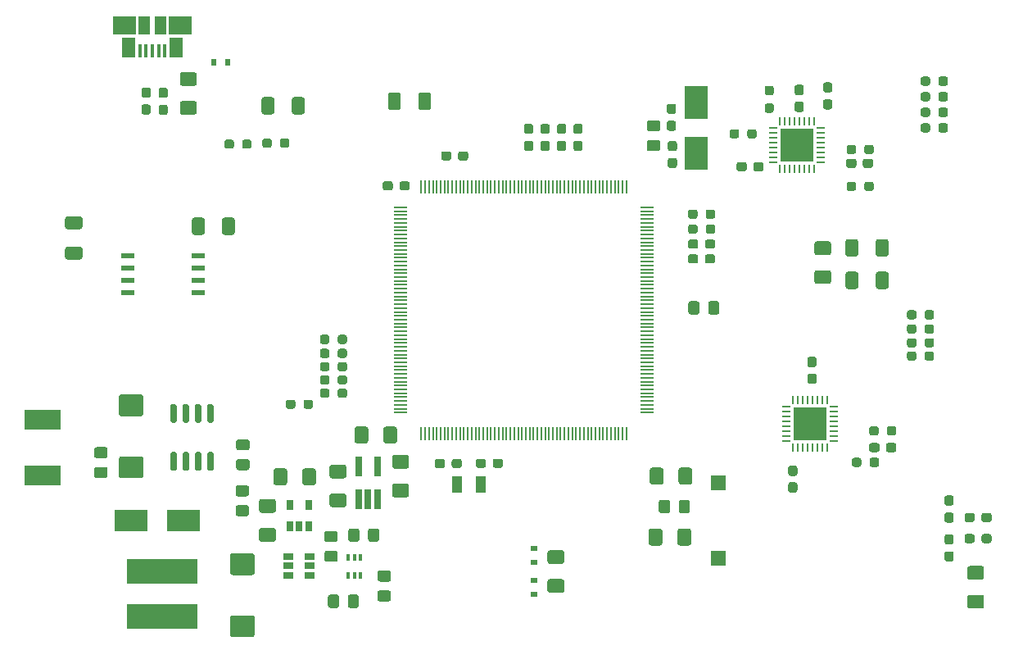
<source format=gbr>
G04 #@! TF.GenerationSoftware,KiCad,Pcbnew,5.1.10-88a1d61d58~90~ubuntu20.04.1*
G04 #@! TF.CreationDate,2021-09-12T22:34:26-04:00*
G04 #@! TF.ProjectId,UnwaryNuc,556e7761-7279-44e7-9563-2e6b69636164,rev?*
G04 #@! TF.SameCoordinates,Original*
G04 #@! TF.FileFunction,Paste,Top*
G04 #@! TF.FilePolarity,Positive*
%FSLAX46Y46*%
G04 Gerber Fmt 4.6, Leading zero omitted, Abs format (unit mm)*
G04 Created by KiCad (PCBNEW 5.1.10-88a1d61d58~90~ubuntu20.04.1) date 2021-09-12 22:34:26*
%MOMM*%
%LPD*%
G01*
G04 APERTURE LIST*
%ADD10C,0.152400*%
%ADD11R,1.473200X0.533400*%
%ADD12R,1.500000X1.500000*%
%ADD13R,0.600000X0.700000*%
%ADD14R,0.700000X0.600000*%
%ADD15R,3.800000X2.000000*%
%ADD16R,1.175000X1.900000*%
%ADD17R,2.375000X1.900000*%
%ADD18R,1.475000X2.100000*%
%ADD19R,0.450000X1.380000*%
%ADD20R,0.650000X1.060000*%
%ADD21R,1.060000X0.650000*%
%ADD22R,0.400000X0.650000*%
%ADD23R,2.400000X3.500000*%
%ADD24R,1.000000X1.800000*%
%ADD25R,0.650000X2.000000*%
%ADD26R,3.403600X3.403600*%
%ADD27R,0.254000X0.812800*%
%ADD28R,0.812800X0.254000*%
%ADD29R,0.228600X1.384300*%
%ADD30R,1.384300X0.228600*%
%ADD31R,7.300000X2.650000*%
%ADD32R,3.500000X2.300000*%
G04 APERTURE END LIST*
D10*
X166901800Y-73864800D02*
X168403600Y-73864800D01*
X166901800Y-72363000D02*
X166901800Y-73864800D01*
X168403600Y-72363000D02*
X166901800Y-72363000D01*
X168403600Y-73864800D02*
X168403600Y-72363000D01*
X166901800Y-75566600D02*
X168403600Y-75566600D01*
X166901800Y-74064800D02*
X166901800Y-75566600D01*
X168403600Y-74064800D02*
X166901800Y-74064800D01*
X168403600Y-75566600D02*
X168403600Y-74064800D01*
X168603600Y-73864800D02*
X170105400Y-73864800D01*
X168603600Y-72363000D02*
X168603600Y-73864800D01*
X170105400Y-72363000D02*
X168603600Y-72363000D01*
X170105400Y-73864800D02*
X170105400Y-72363000D01*
X168603600Y-75566600D02*
X170105400Y-75566600D01*
X168603600Y-74064800D02*
X168603600Y-75566600D01*
X170105400Y-74064800D02*
X168603600Y-74064800D01*
X170105400Y-75566600D02*
X170105400Y-74064800D01*
X168273400Y-102643000D02*
X169775200Y-102643000D01*
X168273400Y-101141200D02*
X168273400Y-102643000D01*
X169775200Y-101141200D02*
X168273400Y-101141200D01*
X169775200Y-102643000D02*
X169775200Y-101141200D01*
X168273400Y-104344800D02*
X169775200Y-104344800D01*
X168273400Y-102843000D02*
X168273400Y-104344800D01*
X169775200Y-102843000D02*
X168273400Y-102843000D01*
X169775200Y-104344800D02*
X169775200Y-102843000D01*
X169975200Y-102643000D02*
X171477000Y-102643000D01*
X169975200Y-101141200D02*
X169975200Y-102643000D01*
X171477000Y-101141200D02*
X169975200Y-101141200D01*
X171477000Y-102643000D02*
X171477000Y-101141200D01*
X169975200Y-104344800D02*
X171477000Y-104344800D01*
X169975200Y-102843000D02*
X169975200Y-104344800D01*
X171477000Y-102843000D02*
X169975200Y-102843000D01*
X171477000Y-104344800D02*
X171477000Y-102843000D01*
G36*
G01*
X111169000Y-74100700D02*
X111169000Y-73625700D01*
G75*
G02*
X111406500Y-73388200I237500J0D01*
G01*
X111906500Y-73388200D01*
G75*
G02*
X112144000Y-73625700I0J-237500D01*
G01*
X112144000Y-74100700D01*
G75*
G02*
X111906500Y-74338200I-237500J0D01*
G01*
X111406500Y-74338200D01*
G75*
G02*
X111169000Y-74100700I0J237500D01*
G01*
G37*
G36*
G01*
X109344000Y-74100700D02*
X109344000Y-73625700D01*
G75*
G02*
X109581500Y-73388200I237500J0D01*
G01*
X110081500Y-73388200D01*
G75*
G02*
X110319000Y-73625700I0J-237500D01*
G01*
X110319000Y-74100700D01*
G75*
G02*
X110081500Y-74338200I-237500J0D01*
G01*
X109581500Y-74338200D01*
G75*
G02*
X109344000Y-74100700I0J237500D01*
G01*
G37*
G36*
G01*
X115080600Y-73999100D02*
X115080600Y-73524100D01*
G75*
G02*
X115318100Y-73286600I237500J0D01*
G01*
X115818100Y-73286600D01*
G75*
G02*
X116055600Y-73524100I0J-237500D01*
G01*
X116055600Y-73999100D01*
G75*
G02*
X115818100Y-74236600I-237500J0D01*
G01*
X115318100Y-74236600D01*
G75*
G02*
X115080600Y-73999100I0J237500D01*
G01*
G37*
G36*
G01*
X113255600Y-73999100D02*
X113255600Y-73524100D01*
G75*
G02*
X113493100Y-73286600I237500J0D01*
G01*
X113993100Y-73286600D01*
G75*
G02*
X114230600Y-73524100I0J-237500D01*
G01*
X114230600Y-73999100D01*
G75*
G02*
X113993100Y-74236600I-237500J0D01*
G01*
X113493100Y-74236600D01*
G75*
G02*
X113255600Y-73999100I0J237500D01*
G01*
G37*
G36*
G01*
X129373200Y-70093601D02*
X129373200Y-68793599D01*
G75*
G02*
X129623199Y-68543600I249999J0D01*
G01*
X130448201Y-68543600D01*
G75*
G02*
X130698200Y-68793599I0J-249999D01*
G01*
X130698200Y-70093601D01*
G75*
G02*
X130448201Y-70343600I-249999J0D01*
G01*
X129623199Y-70343600D01*
G75*
G02*
X129373200Y-70093601I0J249999D01*
G01*
G37*
G36*
G01*
X126248200Y-70093601D02*
X126248200Y-68793599D01*
G75*
G02*
X126498199Y-68543600I249999J0D01*
G01*
X127323201Y-68543600D01*
G75*
G02*
X127573200Y-68793599I0J-249999D01*
G01*
X127573200Y-70093601D01*
G75*
G02*
X127323201Y-70343600I-249999J0D01*
G01*
X126498199Y-70343600D01*
G75*
G02*
X126248200Y-70093601I0J249999D01*
G01*
G37*
G36*
G01*
X116317600Y-70550801D02*
X116317600Y-69250799D01*
G75*
G02*
X116567599Y-69000800I249999J0D01*
G01*
X117392601Y-69000800D01*
G75*
G02*
X117642600Y-69250799I0J-249999D01*
G01*
X117642600Y-70550801D01*
G75*
G02*
X117392601Y-70800800I-249999J0D01*
G01*
X116567599Y-70800800D01*
G75*
G02*
X116317600Y-70550801I0J249999D01*
G01*
G37*
G36*
G01*
X113192600Y-70550801D02*
X113192600Y-69250799D01*
G75*
G02*
X113442599Y-69000800I249999J0D01*
G01*
X114267601Y-69000800D01*
G75*
G02*
X114517600Y-69250799I0J-249999D01*
G01*
X114517600Y-70550801D01*
G75*
G02*
X114267601Y-70800800I-249999J0D01*
G01*
X113442599Y-70800800D01*
G75*
G02*
X113192600Y-70550801I0J249999D01*
G01*
G37*
G36*
G01*
X162541400Y-72558900D02*
X162541400Y-73033900D01*
G75*
G02*
X162303900Y-73271400I-237500J0D01*
G01*
X161803900Y-73271400D01*
G75*
G02*
X161566400Y-73033900I0J237500D01*
G01*
X161566400Y-72558900D01*
G75*
G02*
X161803900Y-72321400I237500J0D01*
G01*
X162303900Y-72321400D01*
G75*
G02*
X162541400Y-72558900I0J-237500D01*
G01*
G37*
G36*
G01*
X164366400Y-72558900D02*
X164366400Y-73033900D01*
G75*
G02*
X164128900Y-73271400I-237500J0D01*
G01*
X163628900Y-73271400D01*
G75*
G02*
X163391400Y-73033900I0J237500D01*
G01*
X163391400Y-72558900D01*
G75*
G02*
X163628900Y-72321400I237500J0D01*
G01*
X164128900Y-72321400D01*
G75*
G02*
X164366400Y-72558900I0J-237500D01*
G01*
G37*
G36*
G01*
X94426801Y-82666000D02*
X93126799Y-82666000D01*
G75*
G02*
X92876800Y-82416001I0J249999D01*
G01*
X92876800Y-81590999D01*
G75*
G02*
X93126799Y-81341000I249999J0D01*
G01*
X94426801Y-81341000D01*
G75*
G02*
X94676800Y-81590999I0J-249999D01*
G01*
X94676800Y-82416001D01*
G75*
G02*
X94426801Y-82666000I-249999J0D01*
G01*
G37*
G36*
G01*
X94426801Y-85791000D02*
X93126799Y-85791000D01*
G75*
G02*
X92876800Y-85541001I0J249999D01*
G01*
X92876800Y-84715999D01*
G75*
G02*
X93126799Y-84466000I249999J0D01*
G01*
X94426801Y-84466000D01*
G75*
G02*
X94676800Y-84715999I0J-249999D01*
G01*
X94676800Y-85541001D01*
G75*
G02*
X94426801Y-85791000I-249999J0D01*
G01*
G37*
D11*
X99391000Y-85387800D03*
X99391000Y-86657800D03*
X99391000Y-87927800D03*
X99391000Y-89197800D03*
X106630000Y-89197800D03*
X106630000Y-87927800D03*
X106630000Y-86657800D03*
X106630000Y-85387800D03*
G36*
G01*
X109104000Y-82996801D02*
X109104000Y-81696799D01*
G75*
G02*
X109353999Y-81446800I249999J0D01*
G01*
X110179001Y-81446800D01*
G75*
G02*
X110429000Y-81696799I0J-249999D01*
G01*
X110429000Y-82996801D01*
G75*
G02*
X110179001Y-83246800I-249999J0D01*
G01*
X109353999Y-83246800D01*
G75*
G02*
X109104000Y-82996801I0J249999D01*
G01*
G37*
G36*
G01*
X105979000Y-82996801D02*
X105979000Y-81696799D01*
G75*
G02*
X106228999Y-81446800I249999J0D01*
G01*
X107054001Y-81446800D01*
G75*
G02*
X107304000Y-81696799I0J-249999D01*
G01*
X107304000Y-82996801D01*
G75*
G02*
X107054001Y-83246800I-249999J0D01*
G01*
X106228999Y-83246800D01*
G75*
G02*
X105979000Y-82996801I0J249999D01*
G01*
G37*
G36*
G01*
X168520100Y-69463800D02*
X168995100Y-69463800D01*
G75*
G02*
X169232600Y-69701300I0J-237500D01*
G01*
X169232600Y-70301300D01*
G75*
G02*
X168995100Y-70538800I-237500J0D01*
G01*
X168520100Y-70538800D01*
G75*
G02*
X168282600Y-70301300I0J237500D01*
G01*
X168282600Y-69701300D01*
G75*
G02*
X168520100Y-69463800I237500J0D01*
G01*
G37*
G36*
G01*
X168520100Y-67738800D02*
X168995100Y-67738800D01*
G75*
G02*
X169232600Y-67976300I0J-237500D01*
G01*
X169232600Y-68576300D01*
G75*
G02*
X168995100Y-68813800I-237500J0D01*
G01*
X168520100Y-68813800D01*
G75*
G02*
X168282600Y-68576300I0J237500D01*
G01*
X168282600Y-67976300D01*
G75*
G02*
X168520100Y-67738800I237500J0D01*
G01*
G37*
G36*
G01*
X120820601Y-114967600D02*
X119920599Y-114967600D01*
G75*
G02*
X119670600Y-114717601I0J249999D01*
G01*
X119670600Y-114067599D01*
G75*
G02*
X119920599Y-113817600I249999J0D01*
G01*
X120820601Y-113817600D01*
G75*
G02*
X121070600Y-114067599I0J-249999D01*
G01*
X121070600Y-114717601D01*
G75*
G02*
X120820601Y-114967600I-249999J0D01*
G01*
G37*
G36*
G01*
X120820601Y-117017600D02*
X119920599Y-117017600D01*
G75*
G02*
X119670600Y-116767601I0J249999D01*
G01*
X119670600Y-116117599D01*
G75*
G02*
X119920599Y-115867600I249999J0D01*
G01*
X120820601Y-115867600D01*
G75*
G02*
X121070600Y-116117599I0J-249999D01*
G01*
X121070600Y-116767601D01*
G75*
G02*
X120820601Y-117017600I-249999J0D01*
G01*
G37*
G36*
G01*
X125406999Y-119957000D02*
X126307001Y-119957000D01*
G75*
G02*
X126557000Y-120206999I0J-249999D01*
G01*
X126557000Y-120857001D01*
G75*
G02*
X126307001Y-121107000I-249999J0D01*
G01*
X125406999Y-121107000D01*
G75*
G02*
X125157000Y-120857001I0J249999D01*
G01*
X125157000Y-120206999D01*
G75*
G02*
X125406999Y-119957000I249999J0D01*
G01*
G37*
G36*
G01*
X125406999Y-117907000D02*
X126307001Y-117907000D01*
G75*
G02*
X126557000Y-118156999I0J-249999D01*
G01*
X126557000Y-118807001D01*
G75*
G02*
X126307001Y-119057000I-249999J0D01*
G01*
X125406999Y-119057000D01*
G75*
G02*
X125157000Y-118807001I0J249999D01*
G01*
X125157000Y-118156999D01*
G75*
G02*
X125406999Y-117907000I249999J0D01*
G01*
G37*
G36*
G01*
X180880200Y-91253300D02*
X180880200Y-91728300D01*
G75*
G02*
X180642700Y-91965800I-237500J0D01*
G01*
X180142700Y-91965800D01*
G75*
G02*
X179905200Y-91728300I0J237500D01*
G01*
X179905200Y-91253300D01*
G75*
G02*
X180142700Y-91015800I237500J0D01*
G01*
X180642700Y-91015800D01*
G75*
G02*
X180880200Y-91253300I0J-237500D01*
G01*
G37*
G36*
G01*
X182705200Y-91253300D02*
X182705200Y-91728300D01*
G75*
G02*
X182467700Y-91965800I-237500J0D01*
G01*
X181967700Y-91965800D01*
G75*
G02*
X181730200Y-91728300I0J237500D01*
G01*
X181730200Y-91253300D01*
G75*
G02*
X181967700Y-91015800I237500J0D01*
G01*
X182467700Y-91015800D01*
G75*
G02*
X182705200Y-91253300I0J-237500D01*
G01*
G37*
G36*
G01*
X182302600Y-67123300D02*
X182302600Y-67598300D01*
G75*
G02*
X182065100Y-67835800I-237500J0D01*
G01*
X181565100Y-67835800D01*
G75*
G02*
X181327600Y-67598300I0J237500D01*
G01*
X181327600Y-67123300D01*
G75*
G02*
X181565100Y-66885800I237500J0D01*
G01*
X182065100Y-66885800D01*
G75*
G02*
X182302600Y-67123300I0J-237500D01*
G01*
G37*
G36*
G01*
X184127600Y-67123300D02*
X184127600Y-67598300D01*
G75*
G02*
X183890100Y-67835800I-237500J0D01*
G01*
X183390100Y-67835800D01*
G75*
G02*
X183152600Y-67598300I0J237500D01*
G01*
X183152600Y-67123300D01*
G75*
G02*
X183390100Y-66885800I237500J0D01*
G01*
X183890100Y-66885800D01*
G75*
G02*
X184127600Y-67123300I0J-237500D01*
G01*
G37*
G36*
G01*
X180880200Y-92726500D02*
X180880200Y-93201500D01*
G75*
G02*
X180642700Y-93439000I-237500J0D01*
G01*
X180142700Y-93439000D01*
G75*
G02*
X179905200Y-93201500I0J237500D01*
G01*
X179905200Y-92726500D01*
G75*
G02*
X180142700Y-92489000I237500J0D01*
G01*
X180642700Y-92489000D01*
G75*
G02*
X180880200Y-92726500I0J-237500D01*
G01*
G37*
G36*
G01*
X182705200Y-92726500D02*
X182705200Y-93201500D01*
G75*
G02*
X182467700Y-93439000I-237500J0D01*
G01*
X181967700Y-93439000D01*
G75*
G02*
X181730200Y-93201500I0J237500D01*
G01*
X181730200Y-92726500D01*
G75*
G02*
X181967700Y-92489000I237500J0D01*
G01*
X182467700Y-92489000D01*
G75*
G02*
X182705200Y-92726500I0J-237500D01*
G01*
G37*
G36*
G01*
X182302600Y-70340632D02*
X182302600Y-70815632D01*
G75*
G02*
X182065100Y-71053132I-237500J0D01*
G01*
X181565100Y-71053132D01*
G75*
G02*
X181327600Y-70815632I0J237500D01*
G01*
X181327600Y-70340632D01*
G75*
G02*
X181565100Y-70103132I237500J0D01*
G01*
X182065100Y-70103132D01*
G75*
G02*
X182302600Y-70340632I0J-237500D01*
G01*
G37*
G36*
G01*
X184127600Y-70340632D02*
X184127600Y-70815632D01*
G75*
G02*
X183890100Y-71053132I-237500J0D01*
G01*
X183390100Y-71053132D01*
G75*
G02*
X183152600Y-70815632I0J237500D01*
G01*
X183152600Y-70340632D01*
G75*
G02*
X183390100Y-70103132I237500J0D01*
G01*
X183890100Y-70103132D01*
G75*
G02*
X184127600Y-70340632I0J-237500D01*
G01*
G37*
G36*
G01*
X180880200Y-94148900D02*
X180880200Y-94623900D01*
G75*
G02*
X180642700Y-94861400I-237500J0D01*
G01*
X180142700Y-94861400D01*
G75*
G02*
X179905200Y-94623900I0J237500D01*
G01*
X179905200Y-94148900D01*
G75*
G02*
X180142700Y-93911400I237500J0D01*
G01*
X180642700Y-93911400D01*
G75*
G02*
X180880200Y-94148900I0J-237500D01*
G01*
G37*
G36*
G01*
X182705200Y-94148900D02*
X182705200Y-94623900D01*
G75*
G02*
X182467700Y-94861400I-237500J0D01*
G01*
X181967700Y-94861400D01*
G75*
G02*
X181730200Y-94623900I0J237500D01*
G01*
X181730200Y-94148900D01*
G75*
G02*
X181967700Y-93911400I237500J0D01*
G01*
X182467700Y-93911400D01*
G75*
G02*
X182705200Y-94148900I0J-237500D01*
G01*
G37*
G36*
G01*
X182302600Y-68731966D02*
X182302600Y-69206966D01*
G75*
G02*
X182065100Y-69444466I-237500J0D01*
G01*
X181565100Y-69444466D01*
G75*
G02*
X181327600Y-69206966I0J237500D01*
G01*
X181327600Y-68731966D01*
G75*
G02*
X181565100Y-68494466I237500J0D01*
G01*
X182065100Y-68494466D01*
G75*
G02*
X182302600Y-68731966I0J-237500D01*
G01*
G37*
G36*
G01*
X184127600Y-68731966D02*
X184127600Y-69206966D01*
G75*
G02*
X183890100Y-69444466I-237500J0D01*
G01*
X183390100Y-69444466D01*
G75*
G02*
X183152600Y-69206966I0J237500D01*
G01*
X183152600Y-68731966D01*
G75*
G02*
X183390100Y-68494466I237500J0D01*
G01*
X183890100Y-68494466D01*
G75*
G02*
X184127600Y-68731966I0J-237500D01*
G01*
G37*
G36*
G01*
X180880200Y-95520500D02*
X180880200Y-95995500D01*
G75*
G02*
X180642700Y-96233000I-237500J0D01*
G01*
X180142700Y-96233000D01*
G75*
G02*
X179905200Y-95995500I0J237500D01*
G01*
X179905200Y-95520500D01*
G75*
G02*
X180142700Y-95283000I237500J0D01*
G01*
X180642700Y-95283000D01*
G75*
G02*
X180880200Y-95520500I0J-237500D01*
G01*
G37*
G36*
G01*
X182705200Y-95520500D02*
X182705200Y-95995500D01*
G75*
G02*
X182467700Y-96233000I-237500J0D01*
G01*
X181967700Y-96233000D01*
G75*
G02*
X181730200Y-95995500I0J237500D01*
G01*
X181730200Y-95520500D01*
G75*
G02*
X181967700Y-95283000I237500J0D01*
G01*
X182467700Y-95283000D01*
G75*
G02*
X182705200Y-95520500I0J-237500D01*
G01*
G37*
G36*
G01*
X182302600Y-71949300D02*
X182302600Y-72424300D01*
G75*
G02*
X182065100Y-72661800I-237500J0D01*
G01*
X181565100Y-72661800D01*
G75*
G02*
X181327600Y-72424300I0J237500D01*
G01*
X181327600Y-71949300D01*
G75*
G02*
X181565100Y-71711800I237500J0D01*
G01*
X182065100Y-71711800D01*
G75*
G02*
X182302600Y-71949300I0J-237500D01*
G01*
G37*
G36*
G01*
X184127600Y-71949300D02*
X184127600Y-72424300D01*
G75*
G02*
X183890100Y-72661800I-237500J0D01*
G01*
X183390100Y-72661800D01*
G75*
G02*
X183152600Y-72424300I0J237500D01*
G01*
X183152600Y-71949300D01*
G75*
G02*
X183390100Y-71711800I237500J0D01*
G01*
X183890100Y-71711800D01*
G75*
G02*
X184127600Y-71949300I0J-237500D01*
G01*
G37*
G36*
G01*
X176040600Y-106968300D02*
X176040600Y-106493300D01*
G75*
G02*
X176278100Y-106255800I237500J0D01*
G01*
X176778100Y-106255800D01*
G75*
G02*
X177015600Y-106493300I0J-237500D01*
G01*
X177015600Y-106968300D01*
G75*
G02*
X176778100Y-107205800I-237500J0D01*
G01*
X176278100Y-107205800D01*
G75*
G02*
X176040600Y-106968300I0J237500D01*
G01*
G37*
G36*
G01*
X174215600Y-106968300D02*
X174215600Y-106493300D01*
G75*
G02*
X174453100Y-106255800I237500J0D01*
G01*
X174953100Y-106255800D01*
G75*
G02*
X175190600Y-106493300I0J-237500D01*
G01*
X175190600Y-106968300D01*
G75*
G02*
X174953100Y-107205800I-237500J0D01*
G01*
X174453100Y-107205800D01*
G75*
G02*
X174215600Y-106968300I0J237500D01*
G01*
G37*
G36*
G01*
X175481800Y-78469500D02*
X175481800Y-77994500D01*
G75*
G02*
X175719300Y-77757000I237500J0D01*
G01*
X176219300Y-77757000D01*
G75*
G02*
X176456800Y-77994500I0J-237500D01*
G01*
X176456800Y-78469500D01*
G75*
G02*
X176219300Y-78707000I-237500J0D01*
G01*
X175719300Y-78707000D01*
G75*
G02*
X175481800Y-78469500I0J237500D01*
G01*
G37*
G36*
G01*
X173656800Y-78469500D02*
X173656800Y-77994500D01*
G75*
G02*
X173894300Y-77757000I237500J0D01*
G01*
X174394300Y-77757000D01*
G75*
G02*
X174631800Y-77994500I0J-237500D01*
G01*
X174631800Y-78469500D01*
G75*
G02*
X174394300Y-78707000I-237500J0D01*
G01*
X173894300Y-78707000D01*
G75*
G02*
X173656800Y-78469500I0J237500D01*
G01*
G37*
G36*
G01*
X177818600Y-103717100D02*
X177818600Y-103242100D01*
G75*
G02*
X178056100Y-103004600I237500J0D01*
G01*
X178556100Y-103004600D01*
G75*
G02*
X178793600Y-103242100I0J-237500D01*
G01*
X178793600Y-103717100D01*
G75*
G02*
X178556100Y-103954600I-237500J0D01*
G01*
X178056100Y-103954600D01*
G75*
G02*
X177818600Y-103717100I0J237500D01*
G01*
G37*
G36*
G01*
X175993600Y-103717100D02*
X175993600Y-103242100D01*
G75*
G02*
X176231100Y-103004600I237500J0D01*
G01*
X176731100Y-103004600D01*
G75*
G02*
X176968600Y-103242100I0J-237500D01*
G01*
X176968600Y-103717100D01*
G75*
G02*
X176731100Y-103954600I-237500J0D01*
G01*
X176231100Y-103954600D01*
G75*
G02*
X175993600Y-103717100I0J237500D01*
G01*
G37*
G36*
G01*
X175481800Y-74659500D02*
X175481800Y-74184500D01*
G75*
G02*
X175719300Y-73947000I237500J0D01*
G01*
X176219300Y-73947000D01*
G75*
G02*
X176456800Y-74184500I0J-237500D01*
G01*
X176456800Y-74659500D01*
G75*
G02*
X176219300Y-74897000I-237500J0D01*
G01*
X175719300Y-74897000D01*
G75*
G02*
X175481800Y-74659500I0J237500D01*
G01*
G37*
G36*
G01*
X173656800Y-74659500D02*
X173656800Y-74184500D01*
G75*
G02*
X173894300Y-73947000I237500J0D01*
G01*
X174394300Y-73947000D01*
G75*
G02*
X174631800Y-74184500I0J-237500D01*
G01*
X174631800Y-74659500D01*
G75*
G02*
X174394300Y-74897000I-237500J0D01*
G01*
X173894300Y-74897000D01*
G75*
G02*
X173656800Y-74659500I0J237500D01*
G01*
G37*
G36*
G01*
X165896300Y-68815400D02*
X165421300Y-68815400D01*
G75*
G02*
X165183800Y-68577900I0J237500D01*
G01*
X165183800Y-68077900D01*
G75*
G02*
X165421300Y-67840400I237500J0D01*
G01*
X165896300Y-67840400D01*
G75*
G02*
X166133800Y-68077900I0J-237500D01*
G01*
X166133800Y-68577900D01*
G75*
G02*
X165896300Y-68815400I-237500J0D01*
G01*
G37*
G36*
G01*
X165896300Y-70640400D02*
X165421300Y-70640400D01*
G75*
G02*
X165183800Y-70402900I0J237500D01*
G01*
X165183800Y-69902900D01*
G75*
G02*
X165421300Y-69665400I237500J0D01*
G01*
X165896300Y-69665400D01*
G75*
G02*
X166133800Y-69902900I0J-237500D01*
G01*
X166133800Y-70402900D01*
G75*
G02*
X165896300Y-70640400I-237500J0D01*
G01*
G37*
G36*
G01*
X159098800Y-81339700D02*
X159098800Y-80864700D01*
G75*
G02*
X159336300Y-80627200I237500J0D01*
G01*
X159836300Y-80627200D01*
G75*
G02*
X160073800Y-80864700I0J-237500D01*
G01*
X160073800Y-81339700D01*
G75*
G02*
X159836300Y-81577200I-237500J0D01*
G01*
X159336300Y-81577200D01*
G75*
G02*
X159098800Y-81339700I0J237500D01*
G01*
G37*
G36*
G01*
X157273800Y-81339700D02*
X157273800Y-80864700D01*
G75*
G02*
X157511300Y-80627200I237500J0D01*
G01*
X158011300Y-80627200D01*
G75*
G02*
X158248800Y-80864700I0J-237500D01*
G01*
X158248800Y-81339700D01*
G75*
G02*
X158011300Y-81577200I-237500J0D01*
G01*
X157511300Y-81577200D01*
G75*
G02*
X157273800Y-81339700I0J237500D01*
G01*
G37*
G36*
G01*
X159098800Y-82880633D02*
X159098800Y-82405633D01*
G75*
G02*
X159336300Y-82168133I237500J0D01*
G01*
X159836300Y-82168133D01*
G75*
G02*
X160073800Y-82405633I0J-237500D01*
G01*
X160073800Y-82880633D01*
G75*
G02*
X159836300Y-83118133I-237500J0D01*
G01*
X159336300Y-83118133D01*
G75*
G02*
X159098800Y-82880633I0J237500D01*
G01*
G37*
G36*
G01*
X157273800Y-82880633D02*
X157273800Y-82405633D01*
G75*
G02*
X157511300Y-82168133I237500J0D01*
G01*
X158011300Y-82168133D01*
G75*
G02*
X158248800Y-82405633I0J-237500D01*
G01*
X158248800Y-82880633D01*
G75*
G02*
X158011300Y-83118133I-237500J0D01*
G01*
X157511300Y-83118133D01*
G75*
G02*
X157273800Y-82880633I0J237500D01*
G01*
G37*
G36*
G01*
X116669000Y-100498900D02*
X116669000Y-100973900D01*
G75*
G02*
X116431500Y-101211400I-237500J0D01*
G01*
X115931500Y-101211400D01*
G75*
G02*
X115694000Y-100973900I0J237500D01*
G01*
X115694000Y-100498900D01*
G75*
G02*
X115931500Y-100261400I237500J0D01*
G01*
X116431500Y-100261400D01*
G75*
G02*
X116669000Y-100498900I0J-237500D01*
G01*
G37*
G36*
G01*
X118494000Y-100498900D02*
X118494000Y-100973900D01*
G75*
G02*
X118256500Y-101211400I-237500J0D01*
G01*
X117756500Y-101211400D01*
G75*
G02*
X117519000Y-100973900I0J237500D01*
G01*
X117519000Y-100498900D01*
G75*
G02*
X117756500Y-100261400I237500J0D01*
G01*
X118256500Y-100261400D01*
G75*
G02*
X118494000Y-100498900I0J-237500D01*
G01*
G37*
G36*
G01*
X121049600Y-99830900D02*
X121049600Y-99355900D01*
G75*
G02*
X121287100Y-99118400I237500J0D01*
G01*
X121787100Y-99118400D01*
G75*
G02*
X122024600Y-99355900I0J-237500D01*
G01*
X122024600Y-99830900D01*
G75*
G02*
X121787100Y-100068400I-237500J0D01*
G01*
X121287100Y-100068400D01*
G75*
G02*
X121049600Y-99830900I0J237500D01*
G01*
G37*
G36*
G01*
X119224600Y-99830900D02*
X119224600Y-99355900D01*
G75*
G02*
X119462100Y-99118400I237500J0D01*
G01*
X119962100Y-99118400D01*
G75*
G02*
X120199600Y-99355900I0J-237500D01*
G01*
X120199600Y-99830900D01*
G75*
G02*
X119962100Y-100068400I-237500J0D01*
G01*
X119462100Y-100068400D01*
G75*
G02*
X119224600Y-99830900I0J237500D01*
G01*
G37*
G36*
G01*
X121049600Y-98459300D02*
X121049600Y-97984300D01*
G75*
G02*
X121287100Y-97746800I237500J0D01*
G01*
X121787100Y-97746800D01*
G75*
G02*
X122024600Y-97984300I0J-237500D01*
G01*
X122024600Y-98459300D01*
G75*
G02*
X121787100Y-98696800I-237500J0D01*
G01*
X121287100Y-98696800D01*
G75*
G02*
X121049600Y-98459300I0J237500D01*
G01*
G37*
G36*
G01*
X119224600Y-98459300D02*
X119224600Y-97984300D01*
G75*
G02*
X119462100Y-97746800I237500J0D01*
G01*
X119962100Y-97746800D01*
G75*
G02*
X120199600Y-97984300I0J-237500D01*
G01*
X120199600Y-98459300D01*
G75*
G02*
X119962100Y-98696800I-237500J0D01*
G01*
X119462100Y-98696800D01*
G75*
G02*
X119224600Y-98459300I0J237500D01*
G01*
G37*
G36*
G01*
X121049600Y-97087700D02*
X121049600Y-96612700D01*
G75*
G02*
X121287100Y-96375200I237500J0D01*
G01*
X121787100Y-96375200D01*
G75*
G02*
X122024600Y-96612700I0J-237500D01*
G01*
X122024600Y-97087700D01*
G75*
G02*
X121787100Y-97325200I-237500J0D01*
G01*
X121287100Y-97325200D01*
G75*
G02*
X121049600Y-97087700I0J237500D01*
G01*
G37*
G36*
G01*
X119224600Y-97087700D02*
X119224600Y-96612700D01*
G75*
G02*
X119462100Y-96375200I237500J0D01*
G01*
X119962100Y-96375200D01*
G75*
G02*
X120199600Y-96612700I0J-237500D01*
G01*
X120199600Y-97087700D01*
G75*
G02*
X119962100Y-97325200I-237500J0D01*
G01*
X119462100Y-97325200D01*
G75*
G02*
X119224600Y-97087700I0J237500D01*
G01*
G37*
G36*
G01*
X121049600Y-95716100D02*
X121049600Y-95241100D01*
G75*
G02*
X121287100Y-95003600I237500J0D01*
G01*
X121787100Y-95003600D01*
G75*
G02*
X122024600Y-95241100I0J-237500D01*
G01*
X122024600Y-95716100D01*
G75*
G02*
X121787100Y-95953600I-237500J0D01*
G01*
X121287100Y-95953600D01*
G75*
G02*
X121049600Y-95716100I0J237500D01*
G01*
G37*
G36*
G01*
X119224600Y-95716100D02*
X119224600Y-95241100D01*
G75*
G02*
X119462100Y-95003600I237500J0D01*
G01*
X119962100Y-95003600D01*
G75*
G02*
X120199600Y-95241100I0J-237500D01*
G01*
X120199600Y-95716100D01*
G75*
G02*
X119962100Y-95953600I-237500J0D01*
G01*
X119462100Y-95953600D01*
G75*
G02*
X119224600Y-95716100I0J237500D01*
G01*
G37*
G36*
G01*
X121049600Y-94268300D02*
X121049600Y-93793300D01*
G75*
G02*
X121287100Y-93555800I237500J0D01*
G01*
X121787100Y-93555800D01*
G75*
G02*
X122024600Y-93793300I0J-237500D01*
G01*
X122024600Y-94268300D01*
G75*
G02*
X121787100Y-94505800I-237500J0D01*
G01*
X121287100Y-94505800D01*
G75*
G02*
X121049600Y-94268300I0J237500D01*
G01*
G37*
G36*
G01*
X119224600Y-94268300D02*
X119224600Y-93793300D01*
G75*
G02*
X119462100Y-93555800I237500J0D01*
G01*
X119962100Y-93555800D01*
G75*
G02*
X120199600Y-93793300I0J-237500D01*
G01*
X120199600Y-94268300D01*
G75*
G02*
X119962100Y-94505800I-237500J0D01*
G01*
X119462100Y-94505800D01*
G75*
G02*
X119224600Y-94268300I0J237500D01*
G01*
G37*
G36*
G01*
X167859700Y-108783000D02*
X168334700Y-108783000D01*
G75*
G02*
X168572200Y-109020500I0J-237500D01*
G01*
X168572200Y-109620500D01*
G75*
G02*
X168334700Y-109858000I-237500J0D01*
G01*
X167859700Y-109858000D01*
G75*
G02*
X167622200Y-109620500I0J237500D01*
G01*
X167622200Y-109020500D01*
G75*
G02*
X167859700Y-108783000I237500J0D01*
G01*
G37*
G36*
G01*
X167859700Y-107058000D02*
X168334700Y-107058000D01*
G75*
G02*
X168572200Y-107295500I0J-237500D01*
G01*
X168572200Y-107895500D01*
G75*
G02*
X168334700Y-108133000I-237500J0D01*
G01*
X167859700Y-108133000D01*
G75*
G02*
X167622200Y-107895500I0J237500D01*
G01*
X167622200Y-107295500D01*
G75*
G02*
X167859700Y-107058000I237500J0D01*
G01*
G37*
G36*
G01*
X169840900Y-97556200D02*
X170315900Y-97556200D01*
G75*
G02*
X170553400Y-97793700I0J-237500D01*
G01*
X170553400Y-98393700D01*
G75*
G02*
X170315900Y-98631200I-237500J0D01*
G01*
X169840900Y-98631200D01*
G75*
G02*
X169603400Y-98393700I0J237500D01*
G01*
X169603400Y-97793700D01*
G75*
G02*
X169840900Y-97556200I237500J0D01*
G01*
G37*
G36*
G01*
X169840900Y-95831200D02*
X170315900Y-95831200D01*
G75*
G02*
X170553400Y-96068700I0J-237500D01*
G01*
X170553400Y-96668700D01*
G75*
G02*
X170315900Y-96906200I-237500J0D01*
G01*
X169840900Y-96906200D01*
G75*
G02*
X169603400Y-96668700I0J237500D01*
G01*
X169603400Y-96068700D01*
G75*
G02*
X169840900Y-95831200I237500J0D01*
G01*
G37*
G36*
G01*
X163353700Y-75962500D02*
X163353700Y-76437500D01*
G75*
G02*
X163116200Y-76675000I-237500J0D01*
G01*
X162516200Y-76675000D01*
G75*
G02*
X162278700Y-76437500I0J237500D01*
G01*
X162278700Y-75962500D01*
G75*
G02*
X162516200Y-75725000I237500J0D01*
G01*
X163116200Y-75725000D01*
G75*
G02*
X163353700Y-75962500I0J-237500D01*
G01*
G37*
G36*
G01*
X165078700Y-75962500D02*
X165078700Y-76437500D01*
G75*
G02*
X164841200Y-76675000I-237500J0D01*
G01*
X164241200Y-76675000D01*
G75*
G02*
X164003700Y-76437500I0J237500D01*
G01*
X164003700Y-75962500D01*
G75*
G02*
X164241200Y-75725000I237500J0D01*
G01*
X164841200Y-75725000D01*
G75*
G02*
X165078700Y-75962500I0J-237500D01*
G01*
G37*
G36*
G01*
X176668000Y-85232001D02*
X176668000Y-83931999D01*
G75*
G02*
X176917999Y-83682000I249999J0D01*
G01*
X177743001Y-83682000D01*
G75*
G02*
X177993000Y-83931999I0J-249999D01*
G01*
X177993000Y-85232001D01*
G75*
G02*
X177743001Y-85482000I-249999J0D01*
G01*
X176917999Y-85482000D01*
G75*
G02*
X176668000Y-85232001I0J249999D01*
G01*
G37*
G36*
G01*
X173543000Y-85232001D02*
X173543000Y-83931999D01*
G75*
G02*
X173792999Y-83682000I249999J0D01*
G01*
X174618001Y-83682000D01*
G75*
G02*
X174868000Y-83931999I0J-249999D01*
G01*
X174868000Y-85232001D01*
G75*
G02*
X174618001Y-85482000I-249999J0D01*
G01*
X173792999Y-85482000D01*
G75*
G02*
X173543000Y-85232001I0J249999D01*
G01*
G37*
G36*
G01*
X176680300Y-88584801D02*
X176680300Y-87284799D01*
G75*
G02*
X176930299Y-87034800I249999J0D01*
G01*
X177755301Y-87034800D01*
G75*
G02*
X178005300Y-87284799I0J-249999D01*
G01*
X178005300Y-88584801D01*
G75*
G02*
X177755301Y-88834800I-249999J0D01*
G01*
X176930299Y-88834800D01*
G75*
G02*
X176680300Y-88584801I0J249999D01*
G01*
G37*
G36*
G01*
X173555300Y-88584801D02*
X173555300Y-87284799D01*
G75*
G02*
X173805299Y-87034800I249999J0D01*
G01*
X174630301Y-87034800D01*
G75*
G02*
X174880300Y-87284799I0J-249999D01*
G01*
X174880300Y-88584801D01*
G75*
G02*
X174630301Y-88834800I-249999J0D01*
G01*
X173805299Y-88834800D01*
G75*
G02*
X173555300Y-88584801I0J249999D01*
G01*
G37*
G36*
G01*
X177068600Y-104969300D02*
X177068600Y-105444300D01*
G75*
G02*
X176831100Y-105681800I-237500J0D01*
G01*
X176231100Y-105681800D01*
G75*
G02*
X175993600Y-105444300I0J237500D01*
G01*
X175993600Y-104969300D01*
G75*
G02*
X176231100Y-104731800I237500J0D01*
G01*
X176831100Y-104731800D01*
G75*
G02*
X177068600Y-104969300I0J-237500D01*
G01*
G37*
G36*
G01*
X178793600Y-104969300D02*
X178793600Y-105444300D01*
G75*
G02*
X178556100Y-105681800I-237500J0D01*
G01*
X177956100Y-105681800D01*
G75*
G02*
X177718600Y-105444300I0J237500D01*
G01*
X177718600Y-104969300D01*
G75*
G02*
X177956100Y-104731800I237500J0D01*
G01*
X178556100Y-104731800D01*
G75*
G02*
X178793600Y-104969300I0J-237500D01*
G01*
G37*
G36*
G01*
X174681000Y-75606900D02*
X174681000Y-76081900D01*
G75*
G02*
X174443500Y-76319400I-237500J0D01*
G01*
X173843500Y-76319400D01*
G75*
G02*
X173606000Y-76081900I0J237500D01*
G01*
X173606000Y-75606900D01*
G75*
G02*
X173843500Y-75369400I237500J0D01*
G01*
X174443500Y-75369400D01*
G75*
G02*
X174681000Y-75606900I0J-237500D01*
G01*
G37*
G36*
G01*
X176406000Y-75606900D02*
X176406000Y-76081900D01*
G75*
G02*
X176168500Y-76319400I-237500J0D01*
G01*
X175568500Y-76319400D01*
G75*
G02*
X175331000Y-76081900I0J237500D01*
G01*
X175331000Y-75606900D01*
G75*
G02*
X175568500Y-75369400I237500J0D01*
G01*
X176168500Y-75369400D01*
G75*
G02*
X176406000Y-75606900I0J-237500D01*
G01*
G37*
G36*
G01*
X170571000Y-86881000D02*
X171821000Y-86881000D01*
G75*
G02*
X172071000Y-87131000I0J-250000D01*
G01*
X172071000Y-88056000D01*
G75*
G02*
X171821000Y-88306000I-250000J0D01*
G01*
X170571000Y-88306000D01*
G75*
G02*
X170321000Y-88056000I0J250000D01*
G01*
X170321000Y-87131000D01*
G75*
G02*
X170571000Y-86881000I250000J0D01*
G01*
G37*
G36*
G01*
X170571000Y-83906000D02*
X171821000Y-83906000D01*
G75*
G02*
X172071000Y-84156000I0J-250000D01*
G01*
X172071000Y-85081000D01*
G75*
G02*
X171821000Y-85331000I-250000J0D01*
G01*
X170571000Y-85331000D01*
G75*
G02*
X170321000Y-85081000I0J250000D01*
G01*
X170321000Y-84156000D01*
G75*
G02*
X170571000Y-83906000I250000J0D01*
G01*
G37*
G36*
G01*
X171941500Y-68534800D02*
X171466500Y-68534800D01*
G75*
G02*
X171229000Y-68297300I0J237500D01*
G01*
X171229000Y-67722300D01*
G75*
G02*
X171466500Y-67484800I237500J0D01*
G01*
X171941500Y-67484800D01*
G75*
G02*
X172179000Y-67722300I0J-237500D01*
G01*
X172179000Y-68297300D01*
G75*
G02*
X171941500Y-68534800I-237500J0D01*
G01*
G37*
G36*
G01*
X171941500Y-70284800D02*
X171466500Y-70284800D01*
G75*
G02*
X171229000Y-70047300I0J237500D01*
G01*
X171229000Y-69472300D01*
G75*
G02*
X171466500Y-69234800I237500J0D01*
G01*
X171941500Y-69234800D01*
G75*
G02*
X172179000Y-69472300I0J-237500D01*
G01*
X172179000Y-70047300D01*
G75*
G02*
X171941500Y-70284800I-237500J0D01*
G01*
G37*
G36*
G01*
X159023800Y-84421566D02*
X159023800Y-83946566D01*
G75*
G02*
X159261300Y-83709066I237500J0D01*
G01*
X159836300Y-83709066D01*
G75*
G02*
X160073800Y-83946566I0J-237500D01*
G01*
X160073800Y-84421566D01*
G75*
G02*
X159836300Y-84659066I-237500J0D01*
G01*
X159261300Y-84659066D01*
G75*
G02*
X159023800Y-84421566I0J237500D01*
G01*
G37*
G36*
G01*
X157273800Y-84421566D02*
X157273800Y-83946566D01*
G75*
G02*
X157511300Y-83709066I237500J0D01*
G01*
X158086300Y-83709066D01*
G75*
G02*
X158323800Y-83946566I0J-237500D01*
G01*
X158323800Y-84421566D01*
G75*
G02*
X158086300Y-84659066I-237500J0D01*
G01*
X157511300Y-84659066D01*
G75*
G02*
X157273800Y-84421566I0J237500D01*
G01*
G37*
G36*
G01*
X159023800Y-85962500D02*
X159023800Y-85487500D01*
G75*
G02*
X159261300Y-85250000I237500J0D01*
G01*
X159836300Y-85250000D01*
G75*
G02*
X160073800Y-85487500I0J-237500D01*
G01*
X160073800Y-85962500D01*
G75*
G02*
X159836300Y-86200000I-237500J0D01*
G01*
X159261300Y-86200000D01*
G75*
G02*
X159023800Y-85962500I0J237500D01*
G01*
G37*
G36*
G01*
X157273800Y-85962500D02*
X157273800Y-85487500D01*
G75*
G02*
X157511300Y-85250000I237500J0D01*
G01*
X158086300Y-85250000D01*
G75*
G02*
X158323800Y-85487500I0J-237500D01*
G01*
X158323800Y-85962500D01*
G75*
G02*
X158086300Y-86200000I-237500J0D01*
G01*
X157511300Y-86200000D01*
G75*
G02*
X157273800Y-85962500I0J237500D01*
G01*
G37*
G36*
G01*
X141030100Y-72815000D02*
X140555100Y-72815000D01*
G75*
G02*
X140317600Y-72577500I0J237500D01*
G01*
X140317600Y-72002500D01*
G75*
G02*
X140555100Y-71765000I237500J0D01*
G01*
X141030100Y-71765000D01*
G75*
G02*
X141267600Y-72002500I0J-237500D01*
G01*
X141267600Y-72577500D01*
G75*
G02*
X141030100Y-72815000I-237500J0D01*
G01*
G37*
G36*
G01*
X141030100Y-74565000D02*
X140555100Y-74565000D01*
G75*
G02*
X140317600Y-74327500I0J237500D01*
G01*
X140317600Y-73752500D01*
G75*
G02*
X140555100Y-73515000I237500J0D01*
G01*
X141030100Y-73515000D01*
G75*
G02*
X141267600Y-73752500I0J-237500D01*
G01*
X141267600Y-74327500D01*
G75*
G02*
X141030100Y-74565000I-237500J0D01*
G01*
G37*
G36*
G01*
X142730100Y-72815000D02*
X142255100Y-72815000D01*
G75*
G02*
X142017600Y-72577500I0J237500D01*
G01*
X142017600Y-72002500D01*
G75*
G02*
X142255100Y-71765000I237500J0D01*
G01*
X142730100Y-71765000D01*
G75*
G02*
X142967600Y-72002500I0J-237500D01*
G01*
X142967600Y-72577500D01*
G75*
G02*
X142730100Y-72815000I-237500J0D01*
G01*
G37*
G36*
G01*
X142730100Y-74565000D02*
X142255100Y-74565000D01*
G75*
G02*
X142017600Y-74327500I0J237500D01*
G01*
X142017600Y-73752500D01*
G75*
G02*
X142255100Y-73515000I237500J0D01*
G01*
X142730100Y-73515000D01*
G75*
G02*
X142967600Y-73752500I0J-237500D01*
G01*
X142967600Y-74327500D01*
G75*
G02*
X142730100Y-74565000I-237500J0D01*
G01*
G37*
G36*
G01*
X144430100Y-72815000D02*
X143955100Y-72815000D01*
G75*
G02*
X143717600Y-72577500I0J237500D01*
G01*
X143717600Y-72002500D01*
G75*
G02*
X143955100Y-71765000I237500J0D01*
G01*
X144430100Y-71765000D01*
G75*
G02*
X144667600Y-72002500I0J-237500D01*
G01*
X144667600Y-72577500D01*
G75*
G02*
X144430100Y-72815000I-237500J0D01*
G01*
G37*
G36*
G01*
X144430100Y-74565000D02*
X143955100Y-74565000D01*
G75*
G02*
X143717600Y-74327500I0J237500D01*
G01*
X143717600Y-73752500D01*
G75*
G02*
X143955100Y-73515000I237500J0D01*
G01*
X144430100Y-73515000D01*
G75*
G02*
X144667600Y-73752500I0J-237500D01*
G01*
X144667600Y-74327500D01*
G75*
G02*
X144430100Y-74565000I-237500J0D01*
G01*
G37*
G36*
G01*
X146130100Y-72815000D02*
X145655100Y-72815000D01*
G75*
G02*
X145417600Y-72577500I0J237500D01*
G01*
X145417600Y-72002500D01*
G75*
G02*
X145655100Y-71765000I237500J0D01*
G01*
X146130100Y-71765000D01*
G75*
G02*
X146367600Y-72002500I0J-237500D01*
G01*
X146367600Y-72577500D01*
G75*
G02*
X146130100Y-72815000I-237500J0D01*
G01*
G37*
G36*
G01*
X146130100Y-74565000D02*
X145655100Y-74565000D01*
G75*
G02*
X145417600Y-74327500I0J237500D01*
G01*
X145417600Y-73752500D01*
G75*
G02*
X145655100Y-73515000I237500J0D01*
G01*
X146130100Y-73515000D01*
G75*
G02*
X146367600Y-73752500I0J-237500D01*
G01*
X146367600Y-74327500D01*
G75*
G02*
X146130100Y-74565000I-237500J0D01*
G01*
G37*
D12*
X160426400Y-116625200D03*
X160426400Y-108825200D03*
G36*
G01*
X184014100Y-115920000D02*
X184489100Y-115920000D01*
G75*
G02*
X184726600Y-116157500I0J-237500D01*
G01*
X184726600Y-116732500D01*
G75*
G02*
X184489100Y-116970000I-237500J0D01*
G01*
X184014100Y-116970000D01*
G75*
G02*
X183776600Y-116732500I0J237500D01*
G01*
X183776600Y-116157500D01*
G75*
G02*
X184014100Y-115920000I237500J0D01*
G01*
G37*
G36*
G01*
X184014100Y-114170000D02*
X184489100Y-114170000D01*
G75*
G02*
X184726600Y-114407500I0J-237500D01*
G01*
X184726600Y-114982500D01*
G75*
G02*
X184489100Y-115220000I-237500J0D01*
G01*
X184014100Y-115220000D01*
G75*
G02*
X183776600Y-114982500I0J237500D01*
G01*
X183776600Y-114407500D01*
G75*
G02*
X184014100Y-114170000I237500J0D01*
G01*
G37*
G36*
G01*
X184489100Y-111206800D02*
X184014100Y-111206800D01*
G75*
G02*
X183776600Y-110969300I0J237500D01*
G01*
X183776600Y-110394300D01*
G75*
G02*
X184014100Y-110156800I237500J0D01*
G01*
X184489100Y-110156800D01*
G75*
G02*
X184726600Y-110394300I0J-237500D01*
G01*
X184726600Y-110969300D01*
G75*
G02*
X184489100Y-111206800I-237500J0D01*
G01*
G37*
G36*
G01*
X184489100Y-112956800D02*
X184014100Y-112956800D01*
G75*
G02*
X183776600Y-112719300I0J237500D01*
G01*
X183776600Y-112144300D01*
G75*
G02*
X184014100Y-111906800I237500J0D01*
G01*
X184489100Y-111906800D01*
G75*
G02*
X184726600Y-112144300I0J-237500D01*
G01*
X184726600Y-112719300D01*
G75*
G02*
X184489100Y-112956800I-237500J0D01*
G01*
G37*
G36*
G01*
X101013700Y-69766800D02*
X101488700Y-69766800D01*
G75*
G02*
X101726200Y-70004300I0J-237500D01*
G01*
X101726200Y-70579300D01*
G75*
G02*
X101488700Y-70816800I-237500J0D01*
G01*
X101013700Y-70816800D01*
G75*
G02*
X100776200Y-70579300I0J237500D01*
G01*
X100776200Y-70004300D01*
G75*
G02*
X101013700Y-69766800I237500J0D01*
G01*
G37*
G36*
G01*
X101013700Y-68016800D02*
X101488700Y-68016800D01*
G75*
G02*
X101726200Y-68254300I0J-237500D01*
G01*
X101726200Y-68829300D01*
G75*
G02*
X101488700Y-69066800I-237500J0D01*
G01*
X101013700Y-69066800D01*
G75*
G02*
X100776200Y-68829300I0J237500D01*
G01*
X100776200Y-68254300D01*
G75*
G02*
X101013700Y-68016800I237500J0D01*
G01*
G37*
G36*
G01*
X103259900Y-69093600D02*
X102784900Y-69093600D01*
G75*
G02*
X102547400Y-68856100I0J237500D01*
G01*
X102547400Y-68281100D01*
G75*
G02*
X102784900Y-68043600I237500J0D01*
G01*
X103259900Y-68043600D01*
G75*
G02*
X103497400Y-68281100I0J-237500D01*
G01*
X103497400Y-68856100D01*
G75*
G02*
X103259900Y-69093600I-237500J0D01*
G01*
G37*
G36*
G01*
X103259900Y-70843600D02*
X102784900Y-70843600D01*
G75*
G02*
X102547400Y-70606100I0J237500D01*
G01*
X102547400Y-70031100D01*
G75*
G02*
X102784900Y-69793600I237500J0D01*
G01*
X103259900Y-69793600D01*
G75*
G02*
X103497400Y-70031100I0J-237500D01*
G01*
X103497400Y-70606100D01*
G75*
G02*
X103259900Y-70843600I-237500J0D01*
G01*
G37*
G36*
G01*
X133496800Y-75319900D02*
X133496800Y-74844900D01*
G75*
G02*
X133734300Y-74607400I237500J0D01*
G01*
X134309300Y-74607400D01*
G75*
G02*
X134546800Y-74844900I0J-237500D01*
G01*
X134546800Y-75319900D01*
G75*
G02*
X134309300Y-75557400I-237500J0D01*
G01*
X133734300Y-75557400D01*
G75*
G02*
X133496800Y-75319900I0J237500D01*
G01*
G37*
G36*
G01*
X131746800Y-75319900D02*
X131746800Y-74844900D01*
G75*
G02*
X131984300Y-74607400I237500J0D01*
G01*
X132559300Y-74607400D01*
G75*
G02*
X132796800Y-74844900I0J-237500D01*
G01*
X132796800Y-75319900D01*
G75*
G02*
X132559300Y-75557400I-237500J0D01*
G01*
X131984300Y-75557400D01*
G75*
G02*
X131746800Y-75319900I0J237500D01*
G01*
G37*
G36*
G01*
X127451600Y-78418700D02*
X127451600Y-77943700D01*
G75*
G02*
X127689100Y-77706200I237500J0D01*
G01*
X128264100Y-77706200D01*
G75*
G02*
X128501600Y-77943700I0J-237500D01*
G01*
X128501600Y-78418700D01*
G75*
G02*
X128264100Y-78656200I-237500J0D01*
G01*
X127689100Y-78656200D01*
G75*
G02*
X127451600Y-78418700I0J237500D01*
G01*
G37*
G36*
G01*
X125701600Y-78418700D02*
X125701600Y-77943700D01*
G75*
G02*
X125939100Y-77706200I237500J0D01*
G01*
X126514100Y-77706200D01*
G75*
G02*
X126751600Y-77943700I0J-237500D01*
G01*
X126751600Y-78418700D01*
G75*
G02*
X126514100Y-78656200I-237500J0D01*
G01*
X125939100Y-78656200D01*
G75*
G02*
X125701600Y-78418700I0J237500D01*
G01*
G37*
G36*
G01*
X187598800Y-112675500D02*
X187598800Y-112200500D01*
G75*
G02*
X187836300Y-111963000I237500J0D01*
G01*
X188411300Y-111963000D01*
G75*
G02*
X188648800Y-112200500I0J-237500D01*
G01*
X188648800Y-112675500D01*
G75*
G02*
X188411300Y-112913000I-237500J0D01*
G01*
X187836300Y-112913000D01*
G75*
G02*
X187598800Y-112675500I0J237500D01*
G01*
G37*
G36*
G01*
X185848800Y-112675500D02*
X185848800Y-112200500D01*
G75*
G02*
X186086300Y-111963000I237500J0D01*
G01*
X186661300Y-111963000D01*
G75*
G02*
X186898800Y-112200500I0J-237500D01*
G01*
X186898800Y-112675500D01*
G75*
G02*
X186661300Y-112913000I-237500J0D01*
G01*
X186086300Y-112913000D01*
G75*
G02*
X185848800Y-112675500I0J237500D01*
G01*
G37*
G36*
G01*
X186898800Y-114367300D02*
X186898800Y-114842300D01*
G75*
G02*
X186661300Y-115079800I-237500J0D01*
G01*
X186086300Y-115079800D01*
G75*
G02*
X185848800Y-114842300I0J237500D01*
G01*
X185848800Y-114367300D01*
G75*
G02*
X186086300Y-114129800I237500J0D01*
G01*
X186661300Y-114129800D01*
G75*
G02*
X186898800Y-114367300I0J-237500D01*
G01*
G37*
G36*
G01*
X188648800Y-114367300D02*
X188648800Y-114842300D01*
G75*
G02*
X188411300Y-115079800I-237500J0D01*
G01*
X187836300Y-115079800D01*
G75*
G02*
X187598800Y-114842300I0J237500D01*
G01*
X187598800Y-114367300D01*
G75*
G02*
X187836300Y-114129800I237500J0D01*
G01*
X188411300Y-114129800D01*
G75*
G02*
X188648800Y-114367300I0J-237500D01*
G01*
G37*
G36*
G01*
X187619800Y-118859000D02*
X186369800Y-118859000D01*
G75*
G02*
X186119800Y-118609000I0J250000D01*
G01*
X186119800Y-117684000D01*
G75*
G02*
X186369800Y-117434000I250000J0D01*
G01*
X187619800Y-117434000D01*
G75*
G02*
X187869800Y-117684000I0J-250000D01*
G01*
X187869800Y-118609000D01*
G75*
G02*
X187619800Y-118859000I-250000J0D01*
G01*
G37*
G36*
G01*
X187619800Y-121834000D02*
X186369800Y-121834000D01*
G75*
G02*
X186119800Y-121584000I0J250000D01*
G01*
X186119800Y-120659000D01*
G75*
G02*
X186369800Y-120409000I250000J0D01*
G01*
X187619800Y-120409000D01*
G75*
G02*
X187869800Y-120659000I0J-250000D01*
G01*
X187869800Y-121584000D01*
G75*
G02*
X187619800Y-121834000I-250000J0D01*
G01*
G37*
G36*
G01*
X106238200Y-67855800D02*
X104988200Y-67855800D01*
G75*
G02*
X104738200Y-67605800I0J250000D01*
G01*
X104738200Y-66680800D01*
G75*
G02*
X104988200Y-66430800I250000J0D01*
G01*
X106238200Y-66430800D01*
G75*
G02*
X106488200Y-66680800I0J-250000D01*
G01*
X106488200Y-67605800D01*
G75*
G02*
X106238200Y-67855800I-250000J0D01*
G01*
G37*
G36*
G01*
X106238200Y-70830800D02*
X104988200Y-70830800D01*
G75*
G02*
X104738200Y-70580800I0J250000D01*
G01*
X104738200Y-69655800D01*
G75*
G02*
X104988200Y-69405800I250000J0D01*
G01*
X106238200Y-69405800D01*
G75*
G02*
X106488200Y-69655800I0J-250000D01*
G01*
X106488200Y-70580800D01*
G75*
G02*
X106238200Y-70830800I-250000J0D01*
G01*
G37*
G36*
G01*
X158452400Y-90329599D02*
X158452400Y-91229601D01*
G75*
G02*
X158202401Y-91479600I-249999J0D01*
G01*
X157552399Y-91479600D01*
G75*
G02*
X157302400Y-91229601I0J249999D01*
G01*
X157302400Y-90329599D01*
G75*
G02*
X157552399Y-90079600I249999J0D01*
G01*
X158202401Y-90079600D01*
G75*
G02*
X158452400Y-90329599I0J-249999D01*
G01*
G37*
G36*
G01*
X160502400Y-90329599D02*
X160502400Y-91229601D01*
G75*
G02*
X160252401Y-91479600I-249999J0D01*
G01*
X159602399Y-91479600D01*
G75*
G02*
X159352400Y-91229601I0J249999D01*
G01*
X159352400Y-90329599D01*
G75*
G02*
X159602399Y-90079600I249999J0D01*
G01*
X160252401Y-90079600D01*
G75*
G02*
X160502400Y-90329599I0J-249999D01*
G01*
G37*
G36*
G01*
X154622200Y-113827400D02*
X154622200Y-115077400D01*
G75*
G02*
X154372200Y-115327400I-250000J0D01*
G01*
X153447200Y-115327400D01*
G75*
G02*
X153197200Y-115077400I0J250000D01*
G01*
X153197200Y-113827400D01*
G75*
G02*
X153447200Y-113577400I250000J0D01*
G01*
X154372200Y-113577400D01*
G75*
G02*
X154622200Y-113827400I0J-250000D01*
G01*
G37*
G36*
G01*
X157597200Y-113827400D02*
X157597200Y-115077400D01*
G75*
G02*
X157347200Y-115327400I-250000J0D01*
G01*
X156422200Y-115327400D01*
G75*
G02*
X156172200Y-115077400I0J250000D01*
G01*
X156172200Y-113827400D01*
G75*
G02*
X156422200Y-113577400I250000J0D01*
G01*
X157347200Y-113577400D01*
G75*
G02*
X157597200Y-113827400I0J-250000D01*
G01*
G37*
D13*
X109666000Y-65430400D03*
X108266000Y-65430400D03*
D14*
X141312800Y-117061200D03*
X141312800Y-115661200D03*
X141312800Y-118931200D03*
X141312800Y-120331200D03*
D15*
X90576400Y-108102400D03*
X90565600Y-102290800D03*
D16*
X101061200Y-61566800D03*
X102741200Y-61566800D03*
D17*
X98991200Y-61566800D03*
X104811200Y-61566800D03*
D18*
X99438700Y-63866800D03*
X104363700Y-63866800D03*
D19*
X100601200Y-64226800D03*
X101251200Y-64226800D03*
X101901200Y-64226800D03*
X102551200Y-64226800D03*
X103201200Y-64226800D03*
D20*
X116128200Y-111175800D03*
X118028200Y-111175800D03*
X118028200Y-113375800D03*
X117078200Y-113375800D03*
X116128200Y-113375800D03*
D21*
X118117800Y-117424200D03*
X118117800Y-116474200D03*
X118117800Y-118374200D03*
X115917800Y-118374200D03*
X115917800Y-117424200D03*
X115917800Y-116474200D03*
G36*
G01*
X121190600Y-120631799D02*
X121190600Y-121531801D01*
G75*
G02*
X120940601Y-121781800I-249999J0D01*
G01*
X120290599Y-121781800D01*
G75*
G02*
X120040600Y-121531801I0J249999D01*
G01*
X120040600Y-120631799D01*
G75*
G02*
X120290599Y-120381800I249999J0D01*
G01*
X120940601Y-120381800D01*
G75*
G02*
X121190600Y-120631799I0J-249999D01*
G01*
G37*
G36*
G01*
X123240600Y-120631799D02*
X123240600Y-121531801D01*
G75*
G02*
X122990601Y-121781800I-249999J0D01*
G01*
X122340599Y-121781800D01*
G75*
G02*
X122090600Y-121531801I0J249999D01*
G01*
X122090600Y-120631799D01*
G75*
G02*
X122340599Y-120381800I249999J0D01*
G01*
X122990601Y-120381800D01*
G75*
G02*
X123240600Y-120631799I0J-249999D01*
G01*
G37*
G36*
G01*
X124198800Y-114699201D02*
X124198800Y-113799199D01*
G75*
G02*
X124448799Y-113549200I249999J0D01*
G01*
X125098801Y-113549200D01*
G75*
G02*
X125348800Y-113799199I0J-249999D01*
G01*
X125348800Y-114699201D01*
G75*
G02*
X125098801Y-114949200I-249999J0D01*
G01*
X124448799Y-114949200D01*
G75*
G02*
X124198800Y-114699201I0J249999D01*
G01*
G37*
G36*
G01*
X122148800Y-114699201D02*
X122148800Y-113799199D01*
G75*
G02*
X122398799Y-113549200I249999J0D01*
G01*
X123048801Y-113549200D01*
G75*
G02*
X123298800Y-113799199I0J-249999D01*
G01*
X123298800Y-114699201D01*
G75*
G02*
X123048801Y-114949200I-249999J0D01*
G01*
X122398799Y-114949200D01*
G75*
G02*
X122148800Y-114699201I0J249999D01*
G01*
G37*
D22*
X123417400Y-118454400D03*
X122117400Y-118454400D03*
X122767400Y-116554400D03*
X122767400Y-118454400D03*
X122117400Y-116554400D03*
X123417400Y-116554400D03*
G36*
G01*
X117386400Y-108854400D02*
X117386400Y-107604400D01*
G75*
G02*
X117636400Y-107354400I250000J0D01*
G01*
X118561400Y-107354400D01*
G75*
G02*
X118811400Y-107604400I0J-250000D01*
G01*
X118811400Y-108854400D01*
G75*
G02*
X118561400Y-109104400I-250000J0D01*
G01*
X117636400Y-109104400D01*
G75*
G02*
X117386400Y-108854400I0J250000D01*
G01*
G37*
G36*
G01*
X114411400Y-108854400D02*
X114411400Y-107604400D01*
G75*
G02*
X114661400Y-107354400I250000J0D01*
G01*
X115586400Y-107354400D01*
G75*
G02*
X115836400Y-107604400I0J-250000D01*
G01*
X115836400Y-108854400D01*
G75*
G02*
X115586400Y-109104400I-250000J0D01*
G01*
X114661400Y-109104400D01*
G75*
G02*
X114411400Y-108854400I0J250000D01*
G01*
G37*
G36*
G01*
X114417000Y-111950200D02*
X113167000Y-111950200D01*
G75*
G02*
X112917000Y-111700200I0J250000D01*
G01*
X112917000Y-110775200D01*
G75*
G02*
X113167000Y-110525200I250000J0D01*
G01*
X114417000Y-110525200D01*
G75*
G02*
X114667000Y-110775200I0J-250000D01*
G01*
X114667000Y-111700200D01*
G75*
G02*
X114417000Y-111950200I-250000J0D01*
G01*
G37*
G36*
G01*
X114417000Y-114925200D02*
X113167000Y-114925200D01*
G75*
G02*
X112917000Y-114675200I0J250000D01*
G01*
X112917000Y-113750200D01*
G75*
G02*
X113167000Y-113500200I250000J0D01*
G01*
X114417000Y-113500200D01*
G75*
G02*
X114667000Y-113750200I0J-250000D01*
G01*
X114667000Y-114675200D01*
G75*
G02*
X114417000Y-114925200I-250000J0D01*
G01*
G37*
D23*
X158089600Y-69586800D03*
X158089600Y-74786800D03*
D24*
X135870000Y-108991400D03*
X133370000Y-108991400D03*
G36*
G01*
X104243800Y-102651600D02*
X103943800Y-102651600D01*
G75*
G02*
X103793800Y-102501600I0J150000D01*
G01*
X103793800Y-100851600D01*
G75*
G02*
X103943800Y-100701600I150000J0D01*
G01*
X104243800Y-100701600D01*
G75*
G02*
X104393800Y-100851600I0J-150000D01*
G01*
X104393800Y-102501600D01*
G75*
G02*
X104243800Y-102651600I-150000J0D01*
G01*
G37*
G36*
G01*
X105513800Y-102651600D02*
X105213800Y-102651600D01*
G75*
G02*
X105063800Y-102501600I0J150000D01*
G01*
X105063800Y-100851600D01*
G75*
G02*
X105213800Y-100701600I150000J0D01*
G01*
X105513800Y-100701600D01*
G75*
G02*
X105663800Y-100851600I0J-150000D01*
G01*
X105663800Y-102501600D01*
G75*
G02*
X105513800Y-102651600I-150000J0D01*
G01*
G37*
G36*
G01*
X106783800Y-102651600D02*
X106483800Y-102651600D01*
G75*
G02*
X106333800Y-102501600I0J150000D01*
G01*
X106333800Y-100851600D01*
G75*
G02*
X106483800Y-100701600I150000J0D01*
G01*
X106783800Y-100701600D01*
G75*
G02*
X106933800Y-100851600I0J-150000D01*
G01*
X106933800Y-102501600D01*
G75*
G02*
X106783800Y-102651600I-150000J0D01*
G01*
G37*
G36*
G01*
X108053800Y-102651600D02*
X107753800Y-102651600D01*
G75*
G02*
X107603800Y-102501600I0J150000D01*
G01*
X107603800Y-100851600D01*
G75*
G02*
X107753800Y-100701600I150000J0D01*
G01*
X108053800Y-100701600D01*
G75*
G02*
X108203800Y-100851600I0J-150000D01*
G01*
X108203800Y-102501600D01*
G75*
G02*
X108053800Y-102651600I-150000J0D01*
G01*
G37*
G36*
G01*
X108053800Y-107601600D02*
X107753800Y-107601600D01*
G75*
G02*
X107603800Y-107451600I0J150000D01*
G01*
X107603800Y-105801600D01*
G75*
G02*
X107753800Y-105651600I150000J0D01*
G01*
X108053800Y-105651600D01*
G75*
G02*
X108203800Y-105801600I0J-150000D01*
G01*
X108203800Y-107451600D01*
G75*
G02*
X108053800Y-107601600I-150000J0D01*
G01*
G37*
G36*
G01*
X106783800Y-107601600D02*
X106483800Y-107601600D01*
G75*
G02*
X106333800Y-107451600I0J150000D01*
G01*
X106333800Y-105801600D01*
G75*
G02*
X106483800Y-105651600I150000J0D01*
G01*
X106783800Y-105651600D01*
G75*
G02*
X106933800Y-105801600I0J-150000D01*
G01*
X106933800Y-107451600D01*
G75*
G02*
X106783800Y-107601600I-150000J0D01*
G01*
G37*
G36*
G01*
X105513800Y-107601600D02*
X105213800Y-107601600D01*
G75*
G02*
X105063800Y-107451600I0J150000D01*
G01*
X105063800Y-105801600D01*
G75*
G02*
X105213800Y-105651600I150000J0D01*
G01*
X105513800Y-105651600D01*
G75*
G02*
X105663800Y-105801600I0J-150000D01*
G01*
X105663800Y-107451600D01*
G75*
G02*
X105513800Y-107601600I-150000J0D01*
G01*
G37*
G36*
G01*
X104243800Y-107601600D02*
X103943800Y-107601600D01*
G75*
G02*
X103793800Y-107451600I0J150000D01*
G01*
X103793800Y-105801600D01*
G75*
G02*
X103943800Y-105651600I150000J0D01*
G01*
X104243800Y-105651600D01*
G75*
G02*
X104393800Y-105801600I0J-150000D01*
G01*
X104393800Y-107451600D01*
G75*
G02*
X104243800Y-107601600I-150000J0D01*
G01*
G37*
D25*
X123242400Y-107147600D03*
X125142400Y-107147600D03*
X125142400Y-110567600D03*
X124192400Y-110567600D03*
X123242400Y-110567600D03*
D26*
X168503600Y-73964800D03*
D27*
X170281600Y-76415900D03*
X169773600Y-76415900D03*
X169265600Y-76415900D03*
X168757600Y-76415900D03*
X168249600Y-76415900D03*
X167741600Y-76415900D03*
X167233600Y-76415900D03*
X166725600Y-76415900D03*
D28*
X166052500Y-75742800D03*
X166052500Y-75234800D03*
X166052500Y-74726800D03*
X166052500Y-74218800D03*
X166052500Y-73710800D03*
X166052500Y-73202800D03*
X166052500Y-72694800D03*
X166052500Y-72186800D03*
D27*
X166725600Y-71513700D03*
X167233600Y-71513700D03*
X167741600Y-71513700D03*
X168249600Y-71513700D03*
X168757600Y-71513700D03*
X169265600Y-71513700D03*
X169773600Y-71513700D03*
X170281600Y-71513700D03*
D28*
X170954700Y-72186800D03*
X170954700Y-72694800D03*
X170954700Y-73202800D03*
X170954700Y-73710800D03*
X170954700Y-74218800D03*
X170954700Y-74726800D03*
X170954700Y-75234800D03*
X170954700Y-75742800D03*
D26*
X169875200Y-102743000D03*
D27*
X171653200Y-105194100D03*
X171145200Y-105194100D03*
X170637200Y-105194100D03*
X170129200Y-105194100D03*
X169621200Y-105194100D03*
X169113200Y-105194100D03*
X168605200Y-105194100D03*
X168097200Y-105194100D03*
D28*
X167424100Y-104521000D03*
X167424100Y-104013000D03*
X167424100Y-103505000D03*
X167424100Y-102997000D03*
X167424100Y-102489000D03*
X167424100Y-101981000D03*
X167424100Y-101473000D03*
X167424100Y-100965000D03*
D27*
X168097200Y-100291900D03*
X168605200Y-100291900D03*
X169113200Y-100291900D03*
X169621200Y-100291900D03*
X170129200Y-100291900D03*
X170637200Y-100291900D03*
X171145200Y-100291900D03*
X171653200Y-100291900D03*
D28*
X172326300Y-100965000D03*
X172326300Y-101473000D03*
X172326300Y-101981000D03*
X172326300Y-102489000D03*
X172326300Y-102997000D03*
X172326300Y-103505000D03*
X172326300Y-104013000D03*
X172326300Y-104521000D03*
D29*
X129700001Y-78255550D03*
X130100000Y-78255550D03*
X130500002Y-78255550D03*
X130900001Y-78255550D03*
X131300000Y-78255550D03*
X131700002Y-78255550D03*
X132100001Y-78255550D03*
X132500000Y-78255550D03*
X132900000Y-78255550D03*
X133300001Y-78255550D03*
X133700001Y-78255550D03*
X134100000Y-78255550D03*
X134500001Y-78255550D03*
X134900001Y-78255550D03*
X135300000Y-78255550D03*
X135700002Y-78255550D03*
X136100001Y-78255550D03*
X136500000Y-78255550D03*
X136899999Y-78255550D03*
X137300001Y-78255550D03*
X137700000Y-78255550D03*
X138099999Y-78255550D03*
X138500001Y-78255550D03*
X138900000Y-78255550D03*
X139299999Y-78255550D03*
X139700001Y-78255550D03*
X140100000Y-78255550D03*
X140500000Y-78255550D03*
X140899999Y-78255550D03*
X141300001Y-78255550D03*
X141700000Y-78255550D03*
X142099999Y-78255550D03*
X142500001Y-78255550D03*
X142900000Y-78255550D03*
X143299999Y-78255550D03*
X143699998Y-78255550D03*
X144100000Y-78255550D03*
X144499999Y-78255550D03*
X144899998Y-78255550D03*
X145300000Y-78255550D03*
X145699999Y-78255550D03*
X146099999Y-78255550D03*
X146500000Y-78255550D03*
X146899999Y-78255550D03*
X147299999Y-78255550D03*
X147699998Y-78255550D03*
X148100000Y-78255550D03*
X148499999Y-78255550D03*
X148899998Y-78255550D03*
X149300000Y-78255550D03*
X149699999Y-78255550D03*
X150099998Y-78255550D03*
X150500000Y-78255550D03*
X150899999Y-78255550D03*
D30*
X153044450Y-80400001D03*
X153044450Y-80800000D03*
X153044450Y-81200002D03*
X153044450Y-81600001D03*
X153044450Y-82000000D03*
X153044450Y-82400002D03*
X153044450Y-82800001D03*
X153044450Y-83200000D03*
X153044450Y-83600000D03*
X153044450Y-84000001D03*
X153044450Y-84400001D03*
X153044450Y-84800000D03*
X153044450Y-85200001D03*
X153044450Y-85600001D03*
X153044450Y-86000000D03*
X153044450Y-86400002D03*
X153044450Y-86800001D03*
X153044450Y-87200000D03*
X153044450Y-87599999D03*
X153044450Y-88000001D03*
X153044450Y-88400000D03*
X153044450Y-88799999D03*
X153044450Y-89200001D03*
X153044450Y-89600000D03*
X153044450Y-89999999D03*
X153044450Y-90400001D03*
X153044450Y-90800000D03*
X153044450Y-91200000D03*
X153044450Y-91599999D03*
X153044450Y-92000001D03*
X153044450Y-92400000D03*
X153044450Y-92799999D03*
X153044450Y-93200001D03*
X153044450Y-93600000D03*
X153044450Y-93999999D03*
X153044450Y-94399998D03*
X153044450Y-94800000D03*
X153044450Y-95199999D03*
X153044450Y-95599998D03*
X153044450Y-96000000D03*
X153044450Y-96399999D03*
X153044450Y-96799999D03*
X153044450Y-97200000D03*
X153044450Y-97599999D03*
X153044450Y-97999999D03*
X153044450Y-98399998D03*
X153044450Y-98800000D03*
X153044450Y-99199999D03*
X153044450Y-99599998D03*
X153044450Y-100000000D03*
X153044450Y-100399999D03*
X153044450Y-100799998D03*
X153044450Y-101200000D03*
X153044450Y-101599999D03*
D29*
X150899999Y-103744450D03*
X150500000Y-103744450D03*
X150099998Y-103744450D03*
X149699999Y-103744450D03*
X149300000Y-103744450D03*
X148899998Y-103744450D03*
X148499999Y-103744450D03*
X148100000Y-103744450D03*
X147700000Y-103744450D03*
X147299999Y-103744450D03*
X146899999Y-103744450D03*
X146500000Y-103744450D03*
X146099999Y-103744450D03*
X145699999Y-103744450D03*
X145300000Y-103744450D03*
X144899998Y-103744450D03*
X144499999Y-103744450D03*
X144100000Y-103744450D03*
X143700001Y-103744450D03*
X143299999Y-103744450D03*
X142900000Y-103744450D03*
X142500001Y-103744450D03*
X142099999Y-103744450D03*
X141700000Y-103744450D03*
X141300001Y-103744450D03*
X140899999Y-103744450D03*
X140500000Y-103744450D03*
X140100000Y-103744450D03*
X139700001Y-103744450D03*
X139299999Y-103744450D03*
X138900000Y-103744450D03*
X138500001Y-103744450D03*
X138099999Y-103744450D03*
X137700000Y-103744450D03*
X137300001Y-103744450D03*
X136900002Y-103744450D03*
X136500000Y-103744450D03*
X136100001Y-103744450D03*
X135700002Y-103744450D03*
X135300000Y-103744450D03*
X134900001Y-103744450D03*
X134500001Y-103744450D03*
X134100000Y-103744450D03*
X133700001Y-103744450D03*
X133300001Y-103744450D03*
X132900002Y-103744450D03*
X132500000Y-103744450D03*
X132100001Y-103744450D03*
X131700002Y-103744450D03*
X131300000Y-103744450D03*
X130900001Y-103744450D03*
X130500002Y-103744450D03*
X130100000Y-103744450D03*
X129700001Y-103744450D03*
D30*
X127555550Y-101599999D03*
X127555550Y-101199997D03*
X127555550Y-100799998D03*
X127555550Y-100399999D03*
X127555550Y-100000000D03*
X127555550Y-99599998D03*
X127555550Y-99199999D03*
X127555550Y-98800000D03*
X127555550Y-98399998D03*
X127555550Y-97999999D03*
X127555550Y-97599999D03*
X127555550Y-97199998D03*
X127555550Y-96799999D03*
X127555550Y-96399999D03*
X127555550Y-96000000D03*
X127555550Y-95599998D03*
X127555550Y-95199999D03*
X127555550Y-94800000D03*
X127555550Y-94399998D03*
X127555550Y-93999999D03*
X127555550Y-93600000D03*
X127555550Y-93200001D03*
X127555550Y-92799999D03*
X127555550Y-92400000D03*
X127555550Y-92000001D03*
X127555550Y-91599999D03*
X127555550Y-91200000D03*
X127555550Y-90800000D03*
X127555550Y-90399999D03*
X127555550Y-89999999D03*
X127555550Y-89600000D03*
X127555550Y-89200001D03*
X127555550Y-88799999D03*
X127555550Y-88400000D03*
X127555550Y-88000001D03*
X127555550Y-87599999D03*
X127555550Y-87200000D03*
X127555550Y-86800001D03*
X127555550Y-86399999D03*
X127555550Y-86000000D03*
X127555550Y-85600001D03*
X127555550Y-85200001D03*
X127555550Y-84800000D03*
X127555550Y-84400001D03*
X127555550Y-84000001D03*
X127555550Y-83600000D03*
X127555550Y-83200000D03*
X127555550Y-82800001D03*
X127555550Y-82400002D03*
X127555550Y-82000000D03*
X127555550Y-81600001D03*
X127555550Y-81200002D03*
X127555550Y-80800000D03*
X127555550Y-80400001D03*
G36*
G01*
X111698801Y-105501600D02*
X110798799Y-105501600D01*
G75*
G02*
X110548800Y-105251601I0J249999D01*
G01*
X110548800Y-104601599D01*
G75*
G02*
X110798799Y-104351600I249999J0D01*
G01*
X111698801Y-104351600D01*
G75*
G02*
X111948800Y-104601599I0J-249999D01*
G01*
X111948800Y-105251601D01*
G75*
G02*
X111698801Y-105501600I-249999J0D01*
G01*
G37*
G36*
G01*
X111698801Y-107551600D02*
X110798799Y-107551600D01*
G75*
G02*
X110548800Y-107301601I0J249999D01*
G01*
X110548800Y-106651599D01*
G75*
G02*
X110798799Y-106401600I249999J0D01*
G01*
X111698801Y-106401600D01*
G75*
G02*
X111948800Y-106651599I0J-249999D01*
G01*
X111948800Y-107301601D01*
G75*
G02*
X111698801Y-107551600I-249999J0D01*
G01*
G37*
G36*
G01*
X111648801Y-110251600D02*
X110748799Y-110251600D01*
G75*
G02*
X110498800Y-110001601I0J249999D01*
G01*
X110498800Y-109351599D01*
G75*
G02*
X110748799Y-109101600I249999J0D01*
G01*
X111648801Y-109101600D01*
G75*
G02*
X111898800Y-109351599I0J-249999D01*
G01*
X111898800Y-110001601D01*
G75*
G02*
X111648801Y-110251600I-249999J0D01*
G01*
G37*
G36*
G01*
X111648801Y-112301600D02*
X110748799Y-112301600D01*
G75*
G02*
X110498800Y-112051601I0J249999D01*
G01*
X110498800Y-111401599D01*
G75*
G02*
X110748799Y-111151600I249999J0D01*
G01*
X111648801Y-111151600D01*
G75*
G02*
X111898800Y-111401599I0J-249999D01*
G01*
X111898800Y-112051601D01*
G75*
G02*
X111648801Y-112301600I-249999J0D01*
G01*
G37*
G36*
G01*
X97020801Y-106306200D02*
X96120799Y-106306200D01*
G75*
G02*
X95870800Y-106056201I0J249999D01*
G01*
X95870800Y-105406199D01*
G75*
G02*
X96120799Y-105156200I249999J0D01*
G01*
X97020801Y-105156200D01*
G75*
G02*
X97270800Y-105406199I0J-249999D01*
G01*
X97270800Y-106056201D01*
G75*
G02*
X97020801Y-106306200I-249999J0D01*
G01*
G37*
G36*
G01*
X97020801Y-108356200D02*
X96120799Y-108356200D01*
G75*
G02*
X95870800Y-108106201I0J249999D01*
G01*
X95870800Y-107456199D01*
G75*
G02*
X96120799Y-107206200I249999J0D01*
G01*
X97020801Y-107206200D01*
G75*
G02*
X97270800Y-107456199I0J-249999D01*
G01*
X97270800Y-108106201D01*
G75*
G02*
X97020801Y-108356200I-249999J0D01*
G01*
G37*
G36*
G01*
X154145401Y-72549600D02*
X153245399Y-72549600D01*
G75*
G02*
X152995400Y-72299601I0J249999D01*
G01*
X152995400Y-71649599D01*
G75*
G02*
X153245399Y-71399600I249999J0D01*
G01*
X154145401Y-71399600D01*
G75*
G02*
X154395400Y-71649599I0J-249999D01*
G01*
X154395400Y-72299601D01*
G75*
G02*
X154145401Y-72549600I-249999J0D01*
G01*
G37*
G36*
G01*
X154145401Y-74599600D02*
X153245399Y-74599600D01*
G75*
G02*
X152995400Y-74349601I0J249999D01*
G01*
X152995400Y-73699599D01*
G75*
G02*
X153245399Y-73449600I249999J0D01*
G01*
X154145401Y-73449600D01*
G75*
G02*
X154395400Y-73699599I0J-249999D01*
G01*
X154395400Y-74349601D01*
G75*
G02*
X154145401Y-74599600I-249999J0D01*
G01*
G37*
G36*
G01*
X155404400Y-110852799D02*
X155404400Y-111752801D01*
G75*
G02*
X155154401Y-112002800I-249999J0D01*
G01*
X154504399Y-112002800D01*
G75*
G02*
X154254400Y-111752801I0J249999D01*
G01*
X154254400Y-110852799D01*
G75*
G02*
X154504399Y-110602800I249999J0D01*
G01*
X155154401Y-110602800D01*
G75*
G02*
X155404400Y-110852799I0J-249999D01*
G01*
G37*
G36*
G01*
X157454400Y-110852799D02*
X157454400Y-111752801D01*
G75*
G02*
X157204401Y-112002800I-249999J0D01*
G01*
X156554399Y-112002800D01*
G75*
G02*
X156304400Y-111752801I0J249999D01*
G01*
X156304400Y-110852799D01*
G75*
G02*
X156554399Y-110602800I249999J0D01*
G01*
X157204401Y-110602800D01*
G75*
G02*
X157454400Y-110852799I0J-249999D01*
G01*
G37*
D31*
X102948800Y-122676600D03*
X102948800Y-118026600D03*
D32*
X99698800Y-112701600D03*
X105098800Y-112701600D03*
G36*
G01*
X125768400Y-104536400D02*
X125768400Y-103286400D01*
G75*
G02*
X126018400Y-103036400I250000J0D01*
G01*
X126943400Y-103036400D01*
G75*
G02*
X127193400Y-103286400I0J-250000D01*
G01*
X127193400Y-104536400D01*
G75*
G02*
X126943400Y-104786400I-250000J0D01*
G01*
X126018400Y-104786400D01*
G75*
G02*
X125768400Y-104536400I0J250000D01*
G01*
G37*
G36*
G01*
X122793400Y-104536400D02*
X122793400Y-103286400D01*
G75*
G02*
X123043400Y-103036400I250000J0D01*
G01*
X123968400Y-103036400D01*
G75*
G02*
X124218400Y-103286400I0J-250000D01*
G01*
X124218400Y-104536400D01*
G75*
G02*
X123968400Y-104786400I-250000J0D01*
G01*
X123043400Y-104786400D01*
G75*
G02*
X122793400Y-104536400I0J250000D01*
G01*
G37*
G36*
G01*
X126933800Y-108928200D02*
X128183800Y-108928200D01*
G75*
G02*
X128433800Y-109178200I0J-250000D01*
G01*
X128433800Y-110103200D01*
G75*
G02*
X128183800Y-110353200I-250000J0D01*
G01*
X126933800Y-110353200D01*
G75*
G02*
X126683800Y-110103200I0J250000D01*
G01*
X126683800Y-109178200D01*
G75*
G02*
X126933800Y-108928200I250000J0D01*
G01*
G37*
G36*
G01*
X126933800Y-105953200D02*
X128183800Y-105953200D01*
G75*
G02*
X128433800Y-106203200I0J-250000D01*
G01*
X128433800Y-107128200D01*
G75*
G02*
X128183800Y-107378200I-250000J0D01*
G01*
X126933800Y-107378200D01*
G75*
G02*
X126683800Y-107128200I0J250000D01*
G01*
X126683800Y-106203200D01*
G75*
G02*
X126933800Y-105953200I250000J0D01*
G01*
G37*
G36*
G01*
X121706800Y-108394200D02*
X120456800Y-108394200D01*
G75*
G02*
X120206800Y-108144200I0J250000D01*
G01*
X120206800Y-107219200D01*
G75*
G02*
X120456800Y-106969200I250000J0D01*
G01*
X121706800Y-106969200D01*
G75*
G02*
X121956800Y-107219200I0J-250000D01*
G01*
X121956800Y-108144200D01*
G75*
G02*
X121706800Y-108394200I-250000J0D01*
G01*
G37*
G36*
G01*
X121706800Y-111369200D02*
X120456800Y-111369200D01*
G75*
G02*
X120206800Y-111119200I0J250000D01*
G01*
X120206800Y-110194200D01*
G75*
G02*
X120456800Y-109944200I250000J0D01*
G01*
X121706800Y-109944200D01*
G75*
G02*
X121956800Y-110194200I0J-250000D01*
G01*
X121956800Y-111119200D01*
G75*
G02*
X121706800Y-111369200I-250000J0D01*
G01*
G37*
G36*
G01*
X110173799Y-122526600D02*
X112223801Y-122526600D01*
G75*
G02*
X112473800Y-122776599I0J-249999D01*
G01*
X112473800Y-124526601D01*
G75*
G02*
X112223801Y-124776600I-249999J0D01*
G01*
X110173799Y-124776600D01*
G75*
G02*
X109923800Y-124526601I0J249999D01*
G01*
X109923800Y-122776599D01*
G75*
G02*
X110173799Y-122526600I249999J0D01*
G01*
G37*
G36*
G01*
X110173799Y-116126600D02*
X112223801Y-116126600D01*
G75*
G02*
X112473800Y-116376599I0J-249999D01*
G01*
X112473800Y-118126601D01*
G75*
G02*
X112223801Y-118376600I-249999J0D01*
G01*
X110173799Y-118376600D01*
G75*
G02*
X109923800Y-118126601I0J249999D01*
G01*
X109923800Y-116376599D01*
G75*
G02*
X110173799Y-116126600I249999J0D01*
G01*
G37*
G36*
G01*
X100723801Y-101976600D02*
X98673799Y-101976600D01*
G75*
G02*
X98423800Y-101726601I0J249999D01*
G01*
X98423800Y-99976599D01*
G75*
G02*
X98673799Y-99726600I249999J0D01*
G01*
X100723801Y-99726600D01*
G75*
G02*
X100973800Y-99976599I0J-249999D01*
G01*
X100973800Y-101726601D01*
G75*
G02*
X100723801Y-101976600I-249999J0D01*
G01*
G37*
G36*
G01*
X100723801Y-108376600D02*
X98673799Y-108376600D01*
G75*
G02*
X98423800Y-108126601I0J249999D01*
G01*
X98423800Y-106376599D01*
G75*
G02*
X98673799Y-106126600I249999J0D01*
G01*
X100723801Y-106126600D01*
G75*
G02*
X100973800Y-106376599I0J-249999D01*
G01*
X100973800Y-108126601D01*
G75*
G02*
X100723801Y-108376600I-249999J0D01*
G01*
G37*
G36*
G01*
X136378200Y-106594900D02*
X136378200Y-107069900D01*
G75*
G02*
X136140700Y-107307400I-237500J0D01*
G01*
X135565700Y-107307400D01*
G75*
G02*
X135328200Y-107069900I0J237500D01*
G01*
X135328200Y-106594900D01*
G75*
G02*
X135565700Y-106357400I237500J0D01*
G01*
X136140700Y-106357400D01*
G75*
G02*
X136378200Y-106594900I0J-237500D01*
G01*
G37*
G36*
G01*
X138128200Y-106594900D02*
X138128200Y-107069900D01*
G75*
G02*
X137890700Y-107307400I-237500J0D01*
G01*
X137315700Y-107307400D01*
G75*
G02*
X137078200Y-107069900I0J237500D01*
G01*
X137078200Y-106594900D01*
G75*
G02*
X137315700Y-106357400I237500J0D01*
G01*
X137890700Y-106357400D01*
G75*
G02*
X138128200Y-106594900I0J-237500D01*
G01*
G37*
G36*
G01*
X132836400Y-107095300D02*
X132836400Y-106620300D01*
G75*
G02*
X133073900Y-106382800I237500J0D01*
G01*
X133648900Y-106382800D01*
G75*
G02*
X133886400Y-106620300I0J-237500D01*
G01*
X133886400Y-107095300D01*
G75*
G02*
X133648900Y-107332800I-237500J0D01*
G01*
X133073900Y-107332800D01*
G75*
G02*
X132836400Y-107095300I0J237500D01*
G01*
G37*
G36*
G01*
X131086400Y-107095300D02*
X131086400Y-106620300D01*
G75*
G02*
X131323900Y-106382800I237500J0D01*
G01*
X131898900Y-106382800D01*
G75*
G02*
X132136400Y-106620300I0J-237500D01*
G01*
X132136400Y-107095300D01*
G75*
G02*
X131898900Y-107332800I-237500J0D01*
G01*
X131323900Y-107332800D01*
G75*
G02*
X131086400Y-107095300I0J237500D01*
G01*
G37*
G36*
G01*
X155312100Y-71444600D02*
X155787100Y-71444600D01*
G75*
G02*
X156024600Y-71682100I0J-237500D01*
G01*
X156024600Y-72257100D01*
G75*
G02*
X155787100Y-72494600I-237500J0D01*
G01*
X155312100Y-72494600D01*
G75*
G02*
X155074600Y-72257100I0J237500D01*
G01*
X155074600Y-71682100D01*
G75*
G02*
X155312100Y-71444600I237500J0D01*
G01*
G37*
G36*
G01*
X155312100Y-69694600D02*
X155787100Y-69694600D01*
G75*
G02*
X156024600Y-69932100I0J-237500D01*
G01*
X156024600Y-70507100D01*
G75*
G02*
X155787100Y-70744600I-237500J0D01*
G01*
X155312100Y-70744600D01*
G75*
G02*
X155074600Y-70507100I0J237500D01*
G01*
X155074600Y-69932100D01*
G75*
G02*
X155312100Y-69694600I237500J0D01*
G01*
G37*
G36*
G01*
X155888700Y-74580000D02*
X155413700Y-74580000D01*
G75*
G02*
X155176200Y-74342500I0J237500D01*
G01*
X155176200Y-73767500D01*
G75*
G02*
X155413700Y-73530000I237500J0D01*
G01*
X155888700Y-73530000D01*
G75*
G02*
X156126200Y-73767500I0J-237500D01*
G01*
X156126200Y-74342500D01*
G75*
G02*
X155888700Y-74580000I-237500J0D01*
G01*
G37*
G36*
G01*
X155888700Y-76330000D02*
X155413700Y-76330000D01*
G75*
G02*
X155176200Y-76092500I0J237500D01*
G01*
X155176200Y-75517500D01*
G75*
G02*
X155413700Y-75280000I237500J0D01*
G01*
X155888700Y-75280000D01*
G75*
G02*
X156126200Y-75517500I0J-237500D01*
G01*
X156126200Y-76092500D01*
G75*
G02*
X155888700Y-76330000I-237500J0D01*
G01*
G37*
G36*
G01*
X156288100Y-108778200D02*
X156288100Y-107528200D01*
G75*
G02*
X156538100Y-107278200I250000J0D01*
G01*
X157463100Y-107278200D01*
G75*
G02*
X157713100Y-107528200I0J-250000D01*
G01*
X157713100Y-108778200D01*
G75*
G02*
X157463100Y-109028200I-250000J0D01*
G01*
X156538100Y-109028200D01*
G75*
G02*
X156288100Y-108778200I0J250000D01*
G01*
G37*
G36*
G01*
X153313100Y-108778200D02*
X153313100Y-107528200D01*
G75*
G02*
X153563100Y-107278200I250000J0D01*
G01*
X154488100Y-107278200D01*
G75*
G02*
X154738100Y-107528200I0J-250000D01*
G01*
X154738100Y-108778200D01*
G75*
G02*
X154488100Y-109028200I-250000J0D01*
G01*
X153563100Y-109028200D01*
G75*
G02*
X153313100Y-108778200I0J250000D01*
G01*
G37*
G36*
G01*
X142986600Y-118783400D02*
X144236600Y-118783400D01*
G75*
G02*
X144486600Y-119033400I0J-250000D01*
G01*
X144486600Y-119958400D01*
G75*
G02*
X144236600Y-120208400I-250000J0D01*
G01*
X142986600Y-120208400D01*
G75*
G02*
X142736600Y-119958400I0J250000D01*
G01*
X142736600Y-119033400D01*
G75*
G02*
X142986600Y-118783400I250000J0D01*
G01*
G37*
G36*
G01*
X142986600Y-115808400D02*
X144236600Y-115808400D01*
G75*
G02*
X144486600Y-116058400I0J-250000D01*
G01*
X144486600Y-116983400D01*
G75*
G02*
X144236600Y-117233400I-250000J0D01*
G01*
X142986600Y-117233400D01*
G75*
G02*
X142736600Y-116983400I0J250000D01*
G01*
X142736600Y-116058400D01*
G75*
G02*
X142986600Y-115808400I250000J0D01*
G01*
G37*
M02*

</source>
